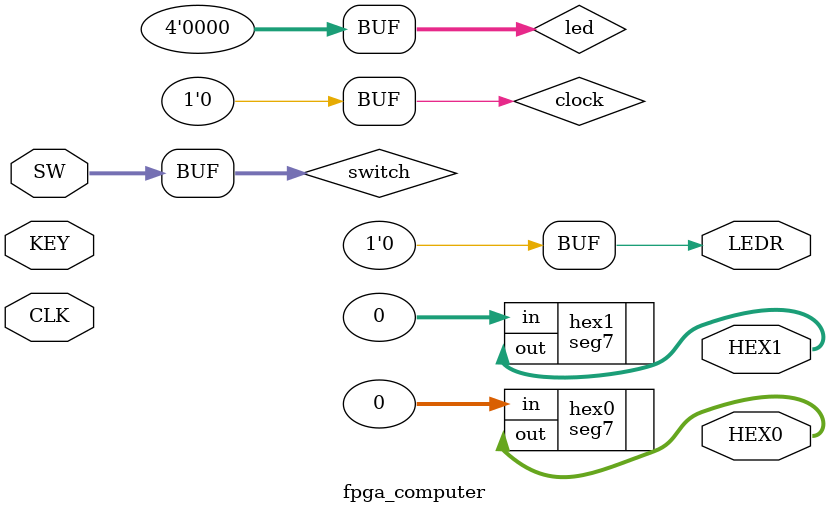
<source format=sv>
/**
 * @name: fpga_computer.sv
 * @desc: top module
 */

module fpga_computer (
    input   logic           CLK,
    input   logic [0:0]     KEY,    // 1 push button
    input   logic [3:0]     SW,     // 4 slide switches
    output  logic [0:0]     LEDR,   // led
    output  logic [6:0]     HEX0,   // 1st 7 seg led
    output  logic [6:0]     HEX1    // 2nd 7 seg led
);
    // 1Hz clock
    logic clock = 1'd0;
    prescaler #(.RATIO(2)) prescaler(.clock_in(CLK), .clock_out(clock));

    assign LEDR = clock; // debug

    // push button to reset
    logic   reset;
    assign  reset = ~KEY;

    // I/O
    logic [3:0] switch;         // slide switch for input
    assign      switch  = SW;
    logic [3:0] led     = 4'd0; // 7 seg led for output
    seg7 hex0(.in(led % 10), .out(HEX0));
    seg7 hex1(.in(led / 10), .out(HEX1));

    mother_board mother_board(.clock, .reset, .switch, .led);
endmodule

</source>
